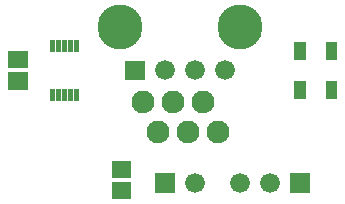
<source format=gbr>
G04 start of page 6 for group -4063 idx -4063 *
G04 Title: (unknown), componentmask *
G04 Creator: pcb 20110918 *
G04 CreationDate: Wed 06 Feb 2013 04:02:48 AM GMT UTC *
G04 For: railfan *
G04 Format: Gerber/RS-274X *
G04 PCB-Dimensions: 175000 175000 *
G04 PCB-Coordinate-Origin: lower left *
%MOIN*%
%FSLAX25Y25*%
%LNTOPMASK*%
%ADD45R,0.0572X0.0572*%
%ADD44R,0.0297X0.0297*%
%ADD43R,0.0177X0.0177*%
%ADD42C,0.1500*%
%ADD41C,0.0760*%
%ADD40C,0.0660*%
%ADD39C,0.0001*%
G54D39*G36*
X79200Y53300D02*Y46700D01*
X85800D01*
Y53300D01*
X79200D01*
G37*
G54D40*X92500Y50000D03*
G54D41*X90000Y67000D03*
X80000D03*
X100000D03*
G54D39*G36*
X124200Y53300D02*Y46700D01*
X130800D01*
Y53300D01*
X124200D01*
G37*
G54D40*X117500Y50000D03*
X107500D03*
G54D39*G36*
X69200Y90800D02*Y84200D01*
X75800D01*
Y90800D01*
X69200D01*
G37*
G54D40*X82500Y87500D03*
X92500D03*
X102500D03*
G54D41*X95000Y77000D03*
G54D42*X107500Y102000D03*
G54D41*X85000Y77000D03*
X75000D03*
G54D42*X67500Y102000D03*
G54D43*X52940Y96895D02*Y94597D01*
G54D44*X127107Y95468D02*X127893D01*
X127107Y92500D02*X127893D01*
X137607Y95468D02*X138393D01*
X137607Y92500D02*X138393D01*
X137607Y79500D02*X138393D01*
X137607Y82468D02*X138393D01*
X127107Y79532D02*X127893D01*
X127107Y82500D02*X127893D01*
G54D43*X45060Y80403D02*Y78105D01*
X47030Y80403D02*Y78105D01*
X49000Y80403D02*Y78105D01*
X50970Y80403D02*Y78105D01*
X52940Y80403D02*Y78105D01*
G54D45*X67607Y47457D02*X68393D01*
X67607Y54543D02*X68393D01*
G54D43*X50970Y96895D02*Y94597D01*
X49000Y96895D02*Y94597D01*
X47030Y96895D02*Y94597D01*
X45060Y96895D02*Y94597D01*
G54D45*X33064Y91043D02*X33850D01*
X33064Y83957D02*X33850D01*
M02*

</source>
